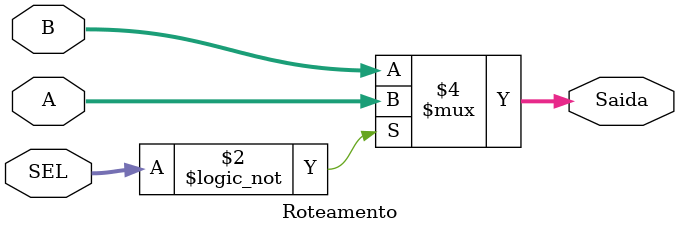
<source format=sv>
module Roteamento(input logic[3:0] A, B,
                  input logic[1:0] SEL,
                  output logic[3:0] Saida);
  
  always_comb begin
    if(SEL == 0)
      Saida = A;
    else
      Saida = B;
  end
  
endmodule
</source>
